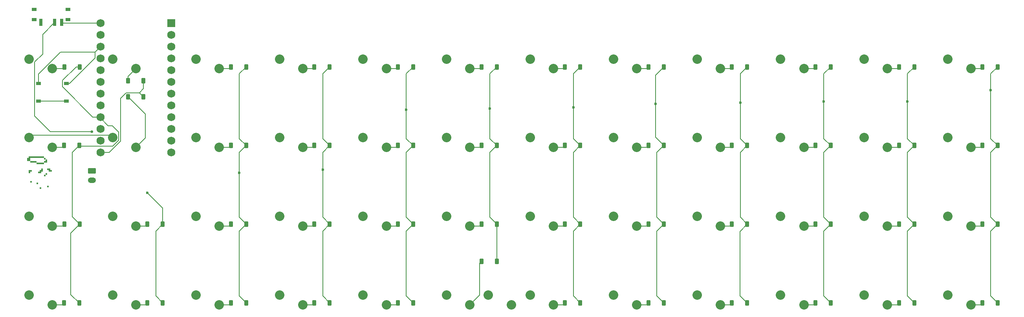
<source format=gbr>
%TF.GenerationSoftware,KiCad,Pcbnew,9.0.3-1.fc42*%
%TF.CreationDate,2025-09-11T11:22:30-04:00*%
%TF.ProjectId,48ish_soldered,34386973-685f-4736-9f6c-64657265642e,v1.0.0*%
%TF.SameCoordinates,Original*%
%TF.FileFunction,Copper,L2,Bot*%
%TF.FilePolarity,Positive*%
%FSLAX46Y46*%
G04 Gerber Fmt 4.6, Leading zero omitted, Abs format (unit mm)*
G04 Created by KiCad (PCBNEW 9.0.3-1.fc42) date 2025-09-11 11:22:30*
%MOMM*%
%LPD*%
G01*
G04 APERTURE LIST*
G04 Aperture macros list*
%AMRoundRect*
0 Rectangle with rounded corners*
0 $1 Rounding radius*
0 $2 $3 $4 $5 $6 $7 $8 $9 X,Y pos of 4 corners*
0 Add a 4 corners polygon primitive as box body*
4,1,4,$2,$3,$4,$5,$6,$7,$8,$9,$2,$3,0*
0 Add four circle primitives for the rounded corners*
1,1,$1+$1,$2,$3*
1,1,$1+$1,$4,$5*
1,1,$1+$1,$6,$7*
1,1,$1+$1,$8,$9*
0 Add four rect primitives between the rounded corners*
20,1,$1+$1,$2,$3,$4,$5,0*
20,1,$1+$1,$4,$5,$6,$7,0*
20,1,$1+$1,$6,$7,$8,$9,0*
20,1,$1+$1,$8,$9,$2,$3,0*%
G04 Aperture macros list end*
%TA.AperFunction,EtchedComponent*%
%ADD10C,0.000000*%
%TD*%
%TA.AperFunction,ComponentPad*%
%ADD11C,2.032000*%
%TD*%
%TA.AperFunction,SMDPad,CuDef*%
%ADD12RoundRect,0.225000X0.225000X0.375000X-0.225000X0.375000X-0.225000X-0.375000X0.225000X-0.375000X0*%
%TD*%
%TA.AperFunction,SMDPad,CuDef*%
%ADD13R,1.000000X0.750000*%
%TD*%
%TA.AperFunction,ComponentPad*%
%ADD14R,1.752600X1.752600*%
%TD*%
%TA.AperFunction,ComponentPad*%
%ADD15C,1.752600*%
%TD*%
%TA.AperFunction,SMDPad,CuDef*%
%ADD16R,1.000000X0.800000*%
%TD*%
%TA.AperFunction,SMDPad,CuDef*%
%ADD17R,0.700000X1.500000*%
%TD*%
%TA.AperFunction,ComponentPad*%
%ADD18RoundRect,0.250000X-0.625000X0.350000X-0.625000X-0.350000X0.625000X-0.350000X0.625000X0.350000X0*%
%TD*%
%TA.AperFunction,ComponentPad*%
%ADD19O,1.750000X1.200000*%
%TD*%
%TA.AperFunction,ViaPad*%
%ADD20C,0.600000*%
%TD*%
%TA.AperFunction,Conductor*%
%ADD21C,0.200000*%
%TD*%
G04 APERTURE END LIST*
D10*
%TA.AperFunction,EtchedComponent*%
%TO.C,G\u002A\u002A\u002A*%
G36*
X112083060Y-141333634D02*
G01*
X112083060Y-141500328D01*
X111916366Y-141500328D01*
X111749672Y-141500328D01*
X111749672Y-141333634D01*
X111749672Y-141166940D01*
X111916366Y-141166940D01*
X112083060Y-141166940D01*
X112083060Y-141333634D01*
G37*
%TD.AperFunction*%
%TA.AperFunction,EtchedComponent*%
G36*
X113416612Y-141667022D02*
G01*
X113416612Y-141833716D01*
X113249918Y-141833716D01*
X113083224Y-141833716D01*
X113083224Y-141667022D01*
X113083224Y-141500328D01*
X113249918Y-141500328D01*
X113416612Y-141500328D01*
X113416612Y-141667022D01*
G37*
%TD.AperFunction*%
%TA.AperFunction,EtchedComponent*%
G36*
X114083388Y-142667186D02*
G01*
X114083388Y-142833880D01*
X113916694Y-142833880D01*
X113750000Y-142833880D01*
X113750000Y-142667186D01*
X113750000Y-142500492D01*
X113916694Y-142500492D01*
X114083388Y-142500492D01*
X114083388Y-142667186D01*
G37*
%TD.AperFunction*%
%TA.AperFunction,EtchedComponent*%
G36*
X115083552Y-140000082D02*
G01*
X115083552Y-140166776D01*
X114916858Y-140166776D01*
X114750164Y-140166776D01*
X114750164Y-140000082D01*
X114750164Y-139833388D01*
X114916858Y-139833388D01*
X115083552Y-139833388D01*
X115083552Y-140000082D01*
G37*
%TD.AperFunction*%
%TA.AperFunction,EtchedComponent*%
G36*
X115416940Y-139666694D02*
G01*
X115416940Y-139833388D01*
X115250246Y-139833388D01*
X115083552Y-139833388D01*
X115083552Y-139666694D01*
X115083552Y-139500000D01*
X115250246Y-139500000D01*
X115416940Y-139500000D01*
X115416940Y-139666694D01*
G37*
%TD.AperFunction*%
%TA.AperFunction,EtchedComponent*%
G36*
X115750328Y-142333798D02*
G01*
X115750328Y-142500492D01*
X115583634Y-142500492D01*
X115416940Y-142500492D01*
X115416940Y-142333798D01*
X115416940Y-142167104D01*
X115583634Y-142167104D01*
X115750328Y-142167104D01*
X115750328Y-142333798D01*
G37*
%TD.AperFunction*%
%TA.AperFunction,EtchedComponent*%
G36*
X112083060Y-138999918D02*
G01*
X112083060Y-139166612D01*
X111916366Y-139166612D01*
X111749672Y-139166612D01*
X111749672Y-139333306D01*
X111749672Y-139500000D01*
X111582978Y-139500000D01*
X111416284Y-139500000D01*
X111416284Y-139166612D01*
X111416284Y-138833224D01*
X111749672Y-138833224D01*
X112083060Y-138833224D01*
X112083060Y-138999918D01*
G37*
%TD.AperFunction*%
%TA.AperFunction,EtchedComponent*%
G36*
X116083716Y-138666530D02*
G01*
X116083716Y-138833224D01*
X116250410Y-138833224D01*
X116417104Y-138833224D01*
X116417104Y-138999918D01*
X116417104Y-139166612D01*
X116083716Y-139166612D01*
X115750328Y-139166612D01*
X115750328Y-138999918D01*
X115750328Y-138833224D01*
X115583634Y-138833224D01*
X115416940Y-138833224D01*
X115416940Y-138666530D01*
X115416940Y-138499836D01*
X115750328Y-138499836D01*
X116083716Y-138499836D01*
X116083716Y-138666530D01*
G37*
%TD.AperFunction*%
%TA.AperFunction,EtchedComponent*%
G36*
X114416776Y-138833224D02*
G01*
X114416776Y-139166612D01*
X114250082Y-139166612D01*
X114083388Y-139166612D01*
X114083388Y-139333306D01*
X114083388Y-139500000D01*
X113750000Y-139500000D01*
X113416612Y-139500000D01*
X113416612Y-139333306D01*
X113416612Y-139166612D01*
X113583306Y-139166612D01*
X113750000Y-139166612D01*
X113750000Y-138999918D01*
X113750000Y-138833224D01*
X113916694Y-138833224D01*
X114083388Y-138833224D01*
X114083388Y-138666530D01*
X114083388Y-138499836D01*
X114250082Y-138499836D01*
X114416776Y-138499836D01*
X114416776Y-138833224D01*
G37*
%TD.AperFunction*%
%TA.AperFunction,EtchedComponent*%
G36*
X115416940Y-136832896D02*
G01*
X115416940Y-137166284D01*
X115083552Y-137166284D01*
X114750164Y-137166284D01*
X114750164Y-137332978D01*
X114750164Y-137499672D01*
X113916694Y-137499672D01*
X113083224Y-137499672D01*
X113083224Y-137332978D01*
X113083224Y-137166284D01*
X112416448Y-137166284D01*
X111749672Y-137166284D01*
X111749672Y-136999590D01*
X111749672Y-136832896D01*
X112416448Y-136832896D01*
X113083224Y-136832896D01*
X113083224Y-136999590D01*
X113083224Y-137166284D01*
X113916694Y-137166284D01*
X114750164Y-137166284D01*
X114750164Y-136999590D01*
X114750164Y-136832896D01*
X114916858Y-136832896D01*
X115083552Y-136832896D01*
X115083552Y-136666202D01*
X115083552Y-136499508D01*
X115250246Y-136499508D01*
X115416940Y-136499508D01*
X115416940Y-136832896D01*
G37*
%TD.AperFunction*%
%TA.AperFunction,EtchedComponent*%
G36*
X114750164Y-135999426D02*
G01*
X114750164Y-136166120D01*
X113249918Y-136166120D01*
X111749672Y-136166120D01*
X111749672Y-136499508D01*
X111749672Y-136832896D01*
X111416284Y-136832896D01*
X111082896Y-136832896D01*
X111082896Y-136499508D01*
X111082896Y-136166120D01*
X111249590Y-136166120D01*
X111416284Y-136166120D01*
X111416284Y-135999426D01*
X111416284Y-135832732D01*
X113083224Y-135832732D01*
X114750164Y-135832732D01*
X114750164Y-135999426D01*
G37*
%TD.AperFunction*%
%TA.AperFunction,EtchedComponent*%
G36*
X114916858Y-136166120D02*
G01*
X115083552Y-136166120D01*
X115083552Y-136332814D01*
X115083552Y-136499508D01*
X114916858Y-136499508D01*
X114750164Y-136499508D01*
X114750164Y-136332814D01*
X114750164Y-136166120D01*
X114916858Y-136166120D01*
G37*
%TD.AperFunction*%
%TD*%
D11*
%TO.P,SW6,1,A*%
%TO.N,/row1*%
X129500000Y-131800000D03*
%TO.P,SW6,2,B*%
%TO.N,Net-(D6-A)*%
X134500000Y-133900000D03*
%TD*%
%TO.P,SW30,1,A*%
%TO.N,/row1*%
X237500000Y-131800000D03*
%TO.P,SW30,2,B*%
%TO.N,Net-(D30-A)*%
X242500000Y-133900000D03*
%TD*%
%TO.P,SW18,1,A*%
%TO.N,/row1*%
X183500000Y-131800000D03*
%TO.P,SW18,2,B*%
%TO.N,Net-(D18-A)*%
X188500000Y-133900000D03*
%TD*%
%TO.P,SW37,1,A*%
%TO.N,/row0*%
X273500000Y-114800000D03*
%TO.P,SW37,2,B*%
%TO.N,Net-(D37-A)*%
X278500000Y-116900000D03*
%TD*%
%TO.P,SW21,1,A*%
%TO.N,/row0*%
X201500000Y-114800000D03*
%TO.P,SW21,2,B*%
%TO.N,Net-(D21-A)*%
X206500000Y-116900000D03*
%TD*%
%TO.P,SW15,1,A*%
%TO.N,/row2*%
X165500000Y-148800000D03*
%TO.P,SW15,2,B*%
%TO.N,Net-(D15-A)*%
X170500000Y-150900000D03*
%TD*%
%TO.P,SW33,1,A*%
%TO.N,/row0*%
X255500000Y-114800000D03*
%TO.P,SW33,2,B*%
%TO.N,Net-(D33-A)*%
X260500000Y-116900000D03*
%TD*%
%TO.P,SW10,1,A*%
%TO.N,/row1*%
X147500000Y-131800000D03*
%TO.P,SW10,2,B*%
%TO.N,Net-(D10-A)*%
X152500000Y-133900000D03*
%TD*%
%TO.P,SW2,1,A*%
%TO.N,/row1*%
X111500000Y-131800000D03*
%TO.P,SW2,2,B*%
%TO.N,Net-(D2-A)*%
X116500000Y-133900000D03*
%TD*%
%TO.P,SW26,1,A*%
%TO.N,/row1*%
X219500000Y-131800000D03*
%TO.P,SW26,2,B*%
%TO.N,Net-(D26-A)*%
X224500000Y-133900000D03*
%TD*%
%TO.P,SW27,1,A*%
%TO.N,/row2*%
X219500000Y-148800000D03*
%TO.P,SW27,2,B*%
%TO.N,Net-(D27-A)*%
X224500000Y-150900000D03*
%TD*%
%TO.P,SW5,1,A*%
%TO.N,/row0*%
X129500000Y-114800000D03*
%TO.P,SW5,2,B*%
%TO.N,Net-(D5-A)*%
X134500000Y-116900000D03*
%TD*%
%TO.P,SW47,1,A*%
%TO.N,/row2*%
X309500000Y-148800000D03*
%TO.P,SW47,2,B*%
%TO.N,Net-(D47-A)*%
X314500000Y-150900000D03*
%TD*%
%TO.P,SW46,1,A*%
%TO.N,/row1*%
X309500000Y-131800000D03*
%TO.P,SW46,2,B*%
%TO.N,Net-(D46-A)*%
X314500000Y-133900000D03*
%TD*%
%TO.P,SW40,1,A*%
%TO.N,/row3*%
X273500000Y-165800000D03*
%TO.P,SW40,2,B*%
%TO.N,Net-(D40-A)*%
X278500000Y-167900000D03*
%TD*%
%TO.P,SW25,1,A*%
%TO.N,/row0*%
X219500000Y-114800000D03*
%TO.P,SW25,2,B*%
%TO.N,Net-(D25-A)*%
X224500000Y-116900000D03*
%TD*%
%TO.P,SW36,1,A*%
%TO.N,/row3*%
X255500000Y-165800000D03*
%TO.P,SW36,2,B*%
%TO.N,Net-(D36-A)*%
X260500000Y-167900000D03*
%TD*%
%TO.P,SW20,1,A*%
%TO.N,/row3*%
X183500000Y-165800000D03*
%TO.P,SW20,2,B*%
%TO.N,Net-(D20-A)*%
X188500000Y-167900000D03*
%TD*%
%TO.P,SW12,1,A*%
%TO.N,/row3*%
X147500000Y-165800000D03*
%TO.P,SW12,2,B*%
%TO.N,Net-(D12-A)*%
X152500000Y-167900000D03*
%TD*%
%TO.P,SW4,1,A*%
%TO.N,/row3*%
X111500000Y-165800000D03*
%TO.P,SW4,2,B*%
%TO.N,Net-(D4-A)*%
X116500000Y-167900000D03*
%TD*%
%TO.P,SW16,1,A*%
%TO.N,/row3*%
X165500000Y-165800000D03*
%TO.P,SW16,2,B*%
%TO.N,Net-(D16-A)*%
X170500000Y-167900000D03*
%TD*%
%TO.P,SW38,1,A*%
%TO.N,/row1*%
X273500000Y-131800000D03*
%TO.P,SW38,2,B*%
%TO.N,Net-(D38-A)*%
X278500000Y-133900000D03*
%TD*%
%TO.P,SW3,1,A*%
%TO.N,/row2*%
X111500000Y-148800000D03*
%TO.P,SW3,2,B*%
%TO.N,Net-(D3-A)*%
X116500000Y-150900000D03*
%TD*%
%TO.P,SW34,1,A*%
%TO.N,/row1*%
X255500000Y-131800000D03*
%TO.P,SW34,2,B*%
%TO.N,Net-(D34-A)*%
X260500000Y-133900000D03*
%TD*%
%TO.P,SW22,1,A*%
%TO.N,/row1*%
X201500000Y-131800000D03*
%TO.P,SW22,2,B*%
%TO.N,Net-(D22-A)*%
X206500000Y-133900000D03*
%TD*%
%TO.P,SW29,1,A*%
%TO.N,/row0*%
X237500000Y-114800000D03*
%TO.P,SW29,2,B*%
%TO.N,Net-(D29-A)*%
X242500000Y-116900000D03*
%TD*%
%TO.P,SW31,1,A*%
%TO.N,/row2*%
X237500000Y-148800000D03*
%TO.P,SW31,2,B*%
%TO.N,Net-(D31-A)*%
X242500000Y-150900000D03*
%TD*%
%TO.P,SW24,1,A*%
%TO.N,/row3*%
X210500000Y-165800000D03*
%TO.P,SW24,2,B*%
%TO.N,Net-(D24-A)*%
X215500000Y-167900000D03*
%TD*%
%TO.P,SW7,1,A*%
%TO.N,/row2*%
X129500000Y-148800000D03*
%TO.P,SW7,2,B*%
%TO.N,Net-(D7-A)*%
X134500000Y-150900000D03*
%TD*%
%TO.P,SW43,1,A*%
%TO.N,/row2*%
X291500000Y-148800000D03*
%TO.P,SW43,2,B*%
%TO.N,Net-(D43-A)*%
X296500000Y-150900000D03*
%TD*%
%TO.P,SW14,1,A*%
%TO.N,/row1*%
X165500000Y-131800000D03*
%TO.P,SW14,2,B*%
%TO.N,Net-(D14-A)*%
X170500000Y-133900000D03*
%TD*%
%TO.P,SW44,1,A*%
%TO.N,/row3*%
X291500000Y-165800000D03*
%TO.P,SW44,2,B*%
%TO.N,Net-(D44-A)*%
X296500000Y-167900000D03*
%TD*%
%TO.P,SW45,1,A*%
%TO.N,/row0*%
X309500000Y-114800000D03*
%TO.P,SW45,2,B*%
%TO.N,Net-(D45-A)*%
X314500000Y-116900000D03*
%TD*%
%TO.P,SW35,1,A*%
%TO.N,/row2*%
X255500000Y-148800000D03*
%TO.P,SW35,2,B*%
%TO.N,Net-(D35-A)*%
X260500000Y-150900000D03*
%TD*%
%TO.P,SW13,1,A*%
%TO.N,/row0*%
X165500000Y-114800000D03*
%TO.P,SW13,2,B*%
%TO.N,Net-(D13-A)*%
X170500000Y-116900000D03*
%TD*%
%TO.P,SW1,1,A*%
%TO.N,/row0*%
X111500000Y-114800000D03*
%TO.P,SW1,2,B*%
%TO.N,Net-(D1-A)*%
X116500000Y-116900000D03*
%TD*%
%TO.P,SW9,1,A*%
%TO.N,/row0*%
X147500000Y-114800000D03*
%TO.P,SW9,2,B*%
%TO.N,Net-(D9-A)*%
X152500000Y-116900000D03*
%TD*%
%TO.P,SW17,1,A*%
%TO.N,/row0*%
X183500000Y-114800000D03*
%TO.P,SW17,2,B*%
%TO.N,Net-(D17-A)*%
X188500000Y-116900000D03*
%TD*%
%TO.P,SW24,1,A*%
%TO.N,/row3*%
X201500000Y-165800000D03*
%TO.P,SW24,2,B*%
%TO.N,Net-(D24-A)*%
X206500000Y-167900000D03*
%TD*%
%TO.P,SW48,1,A*%
%TO.N,/row3*%
X309500000Y-165800000D03*
%TO.P,SW48,2,B*%
%TO.N,Net-(D48-A)*%
X314500000Y-167900000D03*
%TD*%
%TO.P,SW19,1,A*%
%TO.N,/row2*%
X183500000Y-148800000D03*
%TO.P,SW19,2,B*%
%TO.N,Net-(D19-A)*%
X188500000Y-150900000D03*
%TD*%
%TO.P,SW11,1,A*%
%TO.N,/row2*%
X147500000Y-148800000D03*
%TO.P,SW11,2,B*%
%TO.N,Net-(D11-A)*%
X152500000Y-150900000D03*
%TD*%
%TO.P,SW32,1,A*%
%TO.N,/row3*%
X237500000Y-165800000D03*
%TO.P,SW32,2,B*%
%TO.N,Net-(D32-A)*%
X242500000Y-167900000D03*
%TD*%
%TO.P,SW28,1,A*%
%TO.N,/row3*%
X219500000Y-165800000D03*
%TO.P,SW28,2,B*%
%TO.N,Net-(D28-A)*%
X224500000Y-167900000D03*
%TD*%
%TO.P,SW8,1,A*%
%TO.N,/row3*%
X129500000Y-165800000D03*
%TO.P,SW8,2,B*%
%TO.N,Net-(D8-A)*%
X134500000Y-167900000D03*
%TD*%
%TO.P,SW41,1,A*%
%TO.N,/row0*%
X291500000Y-114800000D03*
%TO.P,SW41,2,B*%
%TO.N,Net-(D41-A)*%
X296500000Y-116900000D03*
%TD*%
%TO.P,SW39,1,A*%
%TO.N,/row2*%
X273500000Y-148800000D03*
%TO.P,SW39,2,B*%
%TO.N,Net-(D39-A)*%
X278500000Y-150900000D03*
%TD*%
%TO.P,SW42,1,A*%
%TO.N,/row1*%
X291500000Y-131800000D03*
%TO.P,SW42,2,B*%
%TO.N,Net-(D42-A)*%
X296500000Y-133900000D03*
%TD*%
%TO.P,SW23,1,A*%
%TO.N,/row2*%
X201500000Y-148800000D03*
%TO.P,SW23,2,B*%
%TO.N,Net-(D23-A)*%
X206500000Y-150900000D03*
%TD*%
D12*
%TO.P,D1,1,K*%
%TO.N,/col0*%
X122400000Y-116500000D03*
%TO.P,D1,2,A*%
%TO.N,Net-(D1-A)*%
X119100000Y-116500000D03*
%TD*%
%TO.P,D47,1,K*%
%TO.N,/col11*%
X320300000Y-150500000D03*
%TO.P,D47,2,A*%
%TO.N,Net-(D47-A)*%
X317000000Y-150500000D03*
%TD*%
%TO.P,D40,1,K*%
%TO.N,/col9*%
X284300000Y-167500000D03*
%TO.P,D40,2,A*%
%TO.N,Net-(D40-A)*%
X281000000Y-167500000D03*
%TD*%
%TO.P,D19,1,K*%
%TO.N,/col4*%
X194300000Y-150500000D03*
%TO.P,D19,2,A*%
%TO.N,Net-(D19-A)*%
X191000000Y-150500000D03*
%TD*%
%TO.P,D39,1,K*%
%TO.N,/col9*%
X284300000Y-150500000D03*
%TO.P,D39,2,A*%
%TO.N,Net-(D39-A)*%
X281000000Y-150500000D03*
%TD*%
%TO.P,D32,1,K*%
%TO.N,/col7*%
X248300000Y-167500000D03*
%TO.P,D32,2,A*%
%TO.N,Net-(D32-A)*%
X245000000Y-167500000D03*
%TD*%
%TO.P,D16,1,K*%
%TO.N,/col3*%
X176300000Y-167500000D03*
%TO.P,D16,2,A*%
%TO.N,Net-(D16-A)*%
X173000000Y-167500000D03*
%TD*%
D13*
%TO.P,SW50,1,A*%
%TO.N,Net-(SW50-A)*%
X119500000Y-120125000D03*
X113500000Y-120125000D03*
%TO.P,SW50,2,B*%
%TO.N,GND*%
X119500000Y-123875000D03*
X113500000Y-123875000D03*
%TD*%
D12*
%TO.P,D18,1,K*%
%TO.N,/col4*%
X194300000Y-133500000D03*
%TO.P,D18,2,A*%
%TO.N,Net-(D18-A)*%
X191000000Y-133500000D03*
%TD*%
%TO.P,D37,1,K*%
%TO.N,/col9*%
X284300000Y-116500000D03*
%TO.P,D37,2,A*%
%TO.N,Net-(D37-A)*%
X281000000Y-116500000D03*
%TD*%
%TO.P,D7,1,K*%
%TO.N,/col1*%
X140300000Y-150500000D03*
%TO.P,D7,2,A*%
%TO.N,Net-(D7-A)*%
X137000000Y-150500000D03*
%TD*%
%TO.P,D27,1,K*%
%TO.N,/col6*%
X230300000Y-150500000D03*
%TO.P,D27,2,A*%
%TO.N,Net-(D27-A)*%
X227000000Y-150500000D03*
%TD*%
%TO.P,D43,1,K*%
%TO.N,/col10*%
X302300000Y-150500000D03*
%TO.P,D43,2,A*%
%TO.N,Net-(D43-A)*%
X299000000Y-150500000D03*
%TD*%
%TO.P,D33,1,K*%
%TO.N,/col8*%
X266300000Y-116500000D03*
%TO.P,D33,2,A*%
%TO.N,Net-(D33-A)*%
X263000000Y-116500000D03*
%TD*%
%TO.P,D48,1,K*%
%TO.N,/col11*%
X320300000Y-167500000D03*
%TO.P,D48,2,A*%
%TO.N,Net-(D48-A)*%
X317000000Y-167500000D03*
%TD*%
%TO.P,D14,1,K*%
%TO.N,/col3*%
X176300000Y-133500000D03*
%TO.P,D14,2,A*%
%TO.N,Net-(D14-A)*%
X173000000Y-133500000D03*
%TD*%
%TO.P,D44,1,K*%
%TO.N,/col10*%
X302300000Y-167500000D03*
%TO.P,D44,2,A*%
%TO.N,Net-(D44-A)*%
X299000000Y-167500000D03*
%TD*%
%TO.P,D5,1,K*%
%TO.N,/col1*%
X136150000Y-119500000D03*
%TO.P,D5,2,A*%
%TO.N,Net-(D5-A)*%
X132850000Y-119500000D03*
%TD*%
D14*
%TO.P,U1,1,P1/TX*%
%TO.N,unconnected-(U1-P1{slash}TX-Pad1)*%
X142120000Y-107030000D03*
D15*
%TO.P,U1,2,P0/RX*%
%TO.N,unconnected-(U1-P0{slash}RX-Pad2)*%
X142120000Y-109570000D03*
%TO.P,U1,3,GND*%
%TO.N,GND*%
X142120000Y-112110000D03*
%TO.P,U1,4,GND*%
X142120000Y-114650000D03*
%TO.P,U1,5,P2/SDA*%
%TO.N,/col11*%
X142120000Y-117190000D03*
%TO.P,U1,6,P3/SCL/PWM*%
%TO.N,/col10*%
X142120000Y-119730000D03*
%TO.P,U1,7,P4/A6*%
%TO.N,/col9*%
X142120000Y-122270000D03*
%TO.P,U1,8,P5/PWM*%
%TO.N,/col8*%
X142120000Y-124810000D03*
%TO.P,U1,9,P6/A7/PWM*%
%TO.N,/col7*%
X142120000Y-127350000D03*
%TO.P,U1,10,P7*%
%TO.N,/col6*%
X142120000Y-129890000D03*
%TO.P,U1,11,P8/A8*%
%TO.N,/col5*%
X142120000Y-132430000D03*
%TO.P,U1,12,P9/A9/PWM*%
%TO.N,/col4*%
X142120000Y-134970000D03*
%TO.P,U1,13,VBAT*%
%TO.N,VBAT*%
X126880000Y-107030000D03*
%TO.P,U1,14,GND*%
%TO.N,GND*%
X126880000Y-109570000D03*
%TO.P,U1,15,RST*%
%TO.N,Net-(SW50-A)*%
X126880000Y-112110000D03*
%TO.P,U1,16*%
%TO.N,N/C*%
X126880000Y-114650000D03*
%TO.P,U1,17,P21/A3*%
%TO.N,/row0*%
X126880000Y-117190000D03*
%TO.P,U1,18,P20/A2*%
%TO.N,/row1*%
X126880000Y-119730000D03*
%TO.P,U1,19,P19/A1*%
%TO.N,/row3*%
X126880000Y-122270000D03*
%TO.P,U1,20,P18/A0*%
%TO.N,/row2*%
X126880000Y-124810000D03*
%TO.P,U1,21,P15/SCLK*%
%TO.N,/col0*%
X126880000Y-127350000D03*
%TO.P,U1,22,P14/MISO*%
%TO.N,/col3*%
X126880000Y-129890000D03*
%TO.P,U1,23,P16/MOSI*%
%TO.N,/col2*%
X126880000Y-132430000D03*
%TO.P,U1,24,P10/A10/PWM*%
%TO.N,/col1*%
X126880000Y-134970000D03*
%TD*%
D12*
%TO.P,D2,1,K*%
%TO.N,/col0*%
X122300000Y-133500000D03*
%TO.P,D2,2,A*%
%TO.N,Net-(D2-A)*%
X119000000Y-133500000D03*
%TD*%
%TO.P,D22,1,K*%
%TO.N,/col5*%
X212300000Y-133500000D03*
%TO.P,D22,2,A*%
%TO.N,Net-(D22-A)*%
X209000000Y-133500000D03*
%TD*%
%TO.P,D31,1,K*%
%TO.N,/col7*%
X248300000Y-150500000D03*
%TO.P,D31,2,A*%
%TO.N,Net-(D31-A)*%
X245000000Y-150500000D03*
%TD*%
%TO.P,D36,1,K*%
%TO.N,/col8*%
X266300000Y-167500000D03*
%TO.P,D36,2,A*%
%TO.N,Net-(D36-A)*%
X263000000Y-167500000D03*
%TD*%
%TO.P,D41,1,K*%
%TO.N,/col10*%
X302300000Y-116500000D03*
%TO.P,D41,2,A*%
%TO.N,Net-(D41-A)*%
X299000000Y-116500000D03*
%TD*%
%TO.P,D9,1,K*%
%TO.N,/col2*%
X158300000Y-116500000D03*
%TO.P,D9,2,A*%
%TO.N,Net-(D9-A)*%
X155000000Y-116500000D03*
%TD*%
%TO.P,D26,1,K*%
%TO.N,/col6*%
X230300000Y-133500000D03*
%TO.P,D26,2,A*%
%TO.N,Net-(D26-A)*%
X227000000Y-133500000D03*
%TD*%
%TO.P,D8,1,K*%
%TO.N,/col1*%
X140300000Y-167500000D03*
%TO.P,D8,2,A*%
%TO.N,Net-(D8-A)*%
X137000000Y-167500000D03*
%TD*%
%TO.P,D45,1,K*%
%TO.N,/col11*%
X320300000Y-116500000D03*
%TO.P,D45,2,A*%
%TO.N,Net-(D45-A)*%
X317000000Y-116500000D03*
%TD*%
%TO.P,D29,1,K*%
%TO.N,/col7*%
X248300000Y-116500000D03*
%TO.P,D29,2,A*%
%TO.N,Net-(D29-A)*%
X245000000Y-116500000D03*
%TD*%
%TO.P,D10,1,K*%
%TO.N,/col2*%
X158300000Y-133500000D03*
%TO.P,D10,2,A*%
%TO.N,Net-(D10-A)*%
X155000000Y-133500000D03*
%TD*%
D16*
%TO.P,SW49,*%
%TO.N,*%
X112600000Y-104045000D03*
X112600000Y-106255000D03*
X119900000Y-104045000D03*
X119900000Y-106255000D03*
D17*
%TO.P,SW49,1,A*%
%TO.N,unconnected-(SW49-A-Pad1)*%
X114000000Y-106905000D03*
%TO.P,SW49,2,B*%
%TO.N,Net-(J1-Pin_1)*%
X117000000Y-106905000D03*
%TO.P,SW49,3,C*%
%TO.N,VBAT*%
X118500000Y-106905000D03*
%TD*%
D12*
%TO.P,D17,1,K*%
%TO.N,/col4*%
X194300000Y-116500000D03*
%TO.P,D17,2,A*%
%TO.N,Net-(D17-A)*%
X191000000Y-116500000D03*
%TD*%
%TO.P,D24,1,K*%
%TO.N,/col5*%
X212300000Y-158500000D03*
%TO.P,D24,2,A*%
%TO.N,Net-(D24-A)*%
X209000000Y-158500000D03*
%TD*%
%TO.P,D34,1,K*%
%TO.N,/col8*%
X266300000Y-133500000D03*
%TO.P,D34,2,A*%
%TO.N,Net-(D34-A)*%
X263000000Y-133500000D03*
%TD*%
%TO.P,D25,1,K*%
%TO.N,/col6*%
X230300000Y-116500000D03*
%TO.P,D25,2,A*%
%TO.N,Net-(D25-A)*%
X227000000Y-116500000D03*
%TD*%
%TO.P,D11,1,K*%
%TO.N,/col2*%
X158300000Y-150500000D03*
%TO.P,D11,2,A*%
%TO.N,Net-(D11-A)*%
X155000000Y-150500000D03*
%TD*%
D18*
%TO.P,J1,1,Pin_1*%
%TO.N,Net-(J1-Pin_1)*%
X125050000Y-139000000D03*
D19*
%TO.P,J1,2,Pin_2*%
%TO.N,GND*%
X125050000Y-141000000D03*
%TD*%
D12*
%TO.P,D38,1,K*%
%TO.N,/col9*%
X284300000Y-133500000D03*
%TO.P,D38,2,A*%
%TO.N,Net-(D38-A)*%
X281000000Y-133500000D03*
%TD*%
%TO.P,D13,1,K*%
%TO.N,/col3*%
X176300000Y-116500000D03*
%TO.P,D13,2,A*%
%TO.N,Net-(D13-A)*%
X173000000Y-116500000D03*
%TD*%
%TO.P,D42,1,K*%
%TO.N,/col10*%
X302300000Y-133500000D03*
%TO.P,D42,2,A*%
%TO.N,Net-(D42-A)*%
X299000000Y-133500000D03*
%TD*%
%TO.P,D35,1,K*%
%TO.N,/col8*%
X266300000Y-150500000D03*
%TO.P,D35,2,A*%
%TO.N,Net-(D35-A)*%
X263000000Y-150500000D03*
%TD*%
%TO.P,D28,1,K*%
%TO.N,/col6*%
X230300000Y-167500000D03*
%TO.P,D28,2,A*%
%TO.N,Net-(D28-A)*%
X227000000Y-167500000D03*
%TD*%
%TO.P,D20,1,K*%
%TO.N,/col4*%
X194300000Y-167500000D03*
%TO.P,D20,2,A*%
%TO.N,Net-(D20-A)*%
X191000000Y-167500000D03*
%TD*%
%TO.P,D6,1,K*%
%TO.N,/col1*%
X136150000Y-123000000D03*
%TO.P,D6,2,A*%
%TO.N,Net-(D6-A)*%
X132850000Y-123000000D03*
%TD*%
%TO.P,D23,1,K*%
%TO.N,/col5*%
X212300000Y-150500000D03*
%TO.P,D23,2,A*%
%TO.N,Net-(D23-A)*%
X209000000Y-150500000D03*
%TD*%
%TO.P,D3,1,K*%
%TO.N,/col0*%
X122400000Y-150500000D03*
%TO.P,D3,2,A*%
%TO.N,Net-(D3-A)*%
X119100000Y-150500000D03*
%TD*%
%TO.P,D21,1,K*%
%TO.N,/col5*%
X212300000Y-116500000D03*
%TO.P,D21,2,A*%
%TO.N,Net-(D21-A)*%
X209000000Y-116500000D03*
%TD*%
%TO.P,D30,1,K*%
%TO.N,/col7*%
X248300000Y-133500000D03*
%TO.P,D30,2,A*%
%TO.N,Net-(D30-A)*%
X245000000Y-133500000D03*
%TD*%
%TO.P,D15,1,K*%
%TO.N,/col3*%
X176300000Y-150500000D03*
%TO.P,D15,2,A*%
%TO.N,Net-(D15-A)*%
X173000000Y-150500000D03*
%TD*%
%TO.P,D12,1,K*%
%TO.N,/col2*%
X158300000Y-167500000D03*
%TO.P,D12,2,A*%
%TO.N,Net-(D12-A)*%
X155000000Y-167500000D03*
%TD*%
%TO.P,D4,1,K*%
%TO.N,/col0*%
X122300000Y-167500000D03*
%TO.P,D4,2,A*%
%TO.N,Net-(D4-A)*%
X119000000Y-167500000D03*
%TD*%
%TO.P,D46,1,K*%
%TO.N,/col11*%
X320300000Y-133500000D03*
%TO.P,D46,2,A*%
%TO.N,Net-(D46-A)*%
X317000000Y-133500000D03*
%TD*%
D20*
%TO.N,/col1*%
X137000000Y-143750000D03*
%TO.N,/col2*%
X156798100Y-139350000D03*
%TO.N,/col3*%
X174798100Y-138750000D03*
%TO.N,/col4*%
X192798100Y-125750000D03*
%TO.N,/col5*%
X210798100Y-125500000D03*
%TO.N,/col6*%
X228798100Y-125250000D03*
%TO.N,/col7*%
X246500000Y-124500000D03*
%TO.N,/col8*%
X264798100Y-124250000D03*
%TO.N,/col9*%
X282798100Y-124000000D03*
%TO.N,/col10*%
X300798100Y-124000000D03*
%TO.N,/col11*%
X318798100Y-121500000D03*
%TO.N,Net-(J1-Pin_1)*%
X125000000Y-130500000D03*
%TD*%
D21*
%TO.N,Net-(D1-A)*%
X118700000Y-116900000D02*
X119100000Y-116500000D01*
X116500000Y-116900000D02*
X118700000Y-116900000D01*
%TO.N,/col0*%
X128502157Y-129201900D02*
X126880000Y-127579743D01*
X118699000Y-120801000D02*
X118699000Y-119449000D01*
X125248000Y-127350000D02*
X118699000Y-120801000D01*
X122300000Y-167500000D02*
X120500000Y-165700000D01*
X130817000Y-130567000D02*
X129451900Y-129201900D01*
X120798100Y-148898100D02*
X120798100Y-135001900D01*
X122400000Y-150500000D02*
X120798100Y-148898100D01*
X120500000Y-152400000D02*
X122400000Y-150500000D01*
X126880000Y-127579743D02*
X126880000Y-127350000D01*
X120500000Y-165700000D02*
X120500000Y-152400000D01*
X120798100Y-135001900D02*
X122300000Y-133500000D01*
X126880000Y-127350000D02*
X125248000Y-127350000D01*
X130817000Y-132345520D02*
X130817000Y-130567000D01*
X121648000Y-116500000D02*
X122400000Y-116500000D01*
X122407300Y-133607300D02*
X129555220Y-133607300D01*
X118699000Y-119449000D02*
X121648000Y-116500000D01*
X122300000Y-133500000D02*
X122407300Y-133607300D01*
X129451900Y-129201900D02*
X128502157Y-129201900D01*
X129555220Y-133607300D02*
X130817000Y-132345520D01*
%TO.N,Net-(D2-A)*%
X118600000Y-133900000D02*
X119000000Y-133500000D01*
X116500000Y-133900000D02*
X118600000Y-133900000D01*
%TO.N,Net-(D3-A)*%
X118700000Y-150900000D02*
X119100000Y-150500000D01*
X116500000Y-150900000D02*
X118700000Y-150900000D01*
%TO.N,Net-(D4-A)*%
X118600000Y-167900000D02*
X119000000Y-167500000D01*
X116500000Y-167900000D02*
X118600000Y-167900000D01*
%TO.N,/col1*%
X132400890Y-122099000D02*
X131218000Y-123281890D01*
X128759620Y-134970000D02*
X126880000Y-134970000D01*
X131218000Y-132511620D02*
X128759620Y-134970000D01*
X135249000Y-122099000D02*
X132400890Y-122099000D01*
X140300000Y-150500000D02*
X140300000Y-147050000D01*
X136150000Y-121198000D02*
X135249000Y-122099000D01*
X138798100Y-165998100D02*
X138798100Y-152001900D01*
X140300000Y-147050000D02*
X137000000Y-143750000D01*
X131218000Y-123281890D02*
X131218000Y-132511620D01*
X138798100Y-152001900D02*
X140300000Y-150500000D01*
X136150000Y-123000000D02*
X135249000Y-122099000D01*
X140300000Y-167500000D02*
X138798100Y-165998100D01*
X136150000Y-119500000D02*
X136150000Y-121198000D01*
%TO.N,Net-(D5-A)*%
X132850000Y-118550000D02*
X134500000Y-116900000D01*
X132850000Y-119500000D02*
X132850000Y-118550000D01*
%TO.N,Net-(D6-A)*%
X136565500Y-126715500D02*
X136565500Y-131834500D01*
X136565500Y-131834500D02*
X134500000Y-133900000D01*
X132850000Y-123000000D02*
X136565500Y-126715500D01*
%TO.N,Net-(D7-A)*%
X134500000Y-150900000D02*
X136600000Y-150900000D01*
X136600000Y-150900000D02*
X137000000Y-150500000D01*
%TO.N,Net-(D8-A)*%
X134500000Y-167900000D02*
X136600000Y-167900000D01*
X136600000Y-167900000D02*
X137000000Y-167500000D01*
%TO.N,Net-(D9-A)*%
X152500000Y-116900000D02*
X154600000Y-116900000D01*
X154600000Y-116900000D02*
X155000000Y-116500000D01*
%TO.N,/col2*%
X158300000Y-150500000D02*
X156798100Y-152001900D01*
X156798100Y-165998100D02*
X158300000Y-167500000D01*
X156798100Y-118001900D02*
X156798100Y-131998100D01*
X156798100Y-152001900D02*
X156798100Y-165998100D01*
X156798100Y-135001900D02*
X156798100Y-139250000D01*
X156798100Y-131998100D02*
X158300000Y-133500000D01*
X158300000Y-133500000D02*
X156798100Y-135001900D01*
X156798100Y-139250000D02*
X156798100Y-148998100D01*
X158300000Y-116500000D02*
X156798100Y-118001900D01*
X156798100Y-148998100D02*
X158300000Y-150500000D01*
%TO.N,Net-(D10-A)*%
X152500000Y-133900000D02*
X154600000Y-133900000D01*
X154600000Y-133900000D02*
X155000000Y-133500000D01*
%TO.N,Net-(D11-A)*%
X154600000Y-150900000D02*
X155000000Y-150500000D01*
X152500000Y-150900000D02*
X154600000Y-150900000D01*
%TO.N,Net-(D12-A)*%
X154600000Y-167900000D02*
X155000000Y-167500000D01*
X152500000Y-167900000D02*
X154600000Y-167900000D01*
%TO.N,/col3*%
X176300000Y-167500000D02*
X174798100Y-165998100D01*
X174798100Y-137500000D02*
X174798100Y-135001900D01*
X174798100Y-138750000D02*
X174798100Y-137500000D01*
X174798100Y-131998100D02*
X174798100Y-118001900D01*
X176300000Y-150500000D02*
X174798100Y-148998100D01*
X176300000Y-133500000D02*
X174798100Y-131998100D01*
X174798100Y-165998100D02*
X174798100Y-152001900D01*
X174798100Y-139000000D02*
X174798100Y-138750000D01*
X174798100Y-152001900D02*
X176300000Y-150500000D01*
X174798100Y-118001900D02*
X176300000Y-116500000D01*
X174798100Y-148998100D02*
X174798100Y-139000000D01*
X174798100Y-135001900D02*
X176300000Y-133500000D01*
%TO.N,Net-(D13-A)*%
X172600000Y-116900000D02*
X173000000Y-116500000D01*
X170500000Y-116900000D02*
X172600000Y-116900000D01*
%TO.N,Net-(D14-A)*%
X172600000Y-133900000D02*
X173000000Y-133500000D01*
X170500000Y-133900000D02*
X172600000Y-133900000D01*
%TO.N,Net-(D15-A)*%
X170500000Y-150900000D02*
X172600000Y-150900000D01*
X172600000Y-150900000D02*
X173000000Y-150500000D01*
%TO.N,Net-(D16-A)*%
X170500000Y-167900000D02*
X172600000Y-167900000D01*
X172600000Y-167900000D02*
X173000000Y-167500000D01*
%TO.N,Net-(D17-A)*%
X190600000Y-116900000D02*
X191000000Y-116500000D01*
X188500000Y-116900000D02*
X190600000Y-116900000D01*
%TO.N,/col4*%
X194300000Y-116500000D02*
X192798100Y-118001900D01*
X194300000Y-133500000D02*
X192798100Y-135001900D01*
X194300000Y-150500000D02*
X192798100Y-152001900D01*
X192798100Y-148998100D02*
X194300000Y-150500000D01*
X192798100Y-152001900D02*
X192798100Y-165998100D01*
X192798100Y-135001900D02*
X192798100Y-148998100D01*
X192798100Y-131998100D02*
X194300000Y-133500000D01*
X192798100Y-125750000D02*
X192798100Y-131998100D01*
X192798100Y-118001900D02*
X192798100Y-124750000D01*
X192798100Y-124750000D02*
X192798100Y-125750000D01*
X192798100Y-165998100D02*
X194300000Y-167500000D01*
%TO.N,Net-(D18-A)*%
X190600000Y-133900000D02*
X191000000Y-133500000D01*
X188500000Y-133900000D02*
X190600000Y-133900000D01*
%TO.N,Net-(D19-A)*%
X190600000Y-150900000D02*
X191000000Y-150500000D01*
X188500000Y-150900000D02*
X190600000Y-150900000D01*
%TO.N,Net-(D20-A)*%
X188500000Y-167900000D02*
X190600000Y-167900000D01*
X190600000Y-167900000D02*
X191000000Y-167500000D01*
%TO.N,Net-(D21-A)*%
X208600000Y-116900000D02*
X209000000Y-116500000D01*
X206500000Y-116900000D02*
X208600000Y-116900000D01*
%TO.N,/col5*%
X212300000Y-133500000D02*
X210798100Y-135001900D01*
X212300000Y-158500000D02*
X212300000Y-150500000D01*
X210798100Y-135001900D02*
X210798100Y-148998100D01*
X212300000Y-116500000D02*
X210798100Y-118001900D01*
X210798100Y-131998100D02*
X212300000Y-133500000D01*
X210798100Y-124250000D02*
X210798100Y-125500000D01*
X210798100Y-148998100D02*
X212300000Y-150500000D01*
X210798100Y-125500000D02*
X210798100Y-131998100D01*
X210798100Y-118001900D02*
X210798100Y-124250000D01*
%TO.N,Net-(D22-A)*%
X206500000Y-133900000D02*
X208600000Y-133900000D01*
X208600000Y-133900000D02*
X209000000Y-133500000D01*
%TO.N,Net-(D23-A)*%
X208600000Y-150900000D02*
X209000000Y-150500000D01*
X206500000Y-150900000D02*
X208600000Y-150900000D01*
%TO.N,Net-(D24-A)*%
X208565500Y-165834500D02*
X206500000Y-167900000D01*
X208565500Y-158934500D02*
X208565500Y-165834500D01*
X209000000Y-158500000D02*
X208565500Y-158934500D01*
%TO.N,Net-(D25-A)*%
X226600000Y-116900000D02*
X227000000Y-116500000D01*
X224500000Y-116900000D02*
X226600000Y-116900000D01*
%TO.N,/col6*%
X230300000Y-133500000D02*
X228798100Y-131998100D01*
X228798100Y-148998100D02*
X230300000Y-150500000D01*
X230300000Y-150500000D02*
X228798100Y-152001900D01*
X228798100Y-124000000D02*
X228798100Y-118001900D01*
X228798100Y-118001900D02*
X230300000Y-116500000D01*
X228798100Y-125250000D02*
X228798100Y-124000000D01*
X228798100Y-131998100D02*
X228798100Y-125250000D01*
X228798100Y-135001900D02*
X228798100Y-148998100D01*
X228798100Y-165998100D02*
X230300000Y-167500000D01*
X228798100Y-152001900D02*
X228798100Y-165998100D01*
X230300000Y-133500000D02*
X228798100Y-135001900D01*
%TO.N,Net-(D26-A)*%
X226600000Y-133900000D02*
X227000000Y-133500000D01*
X224500000Y-133900000D02*
X226600000Y-133900000D01*
%TO.N,Net-(D27-A)*%
X226600000Y-150900000D02*
X227000000Y-150500000D01*
X224500000Y-150900000D02*
X226600000Y-150900000D01*
%TO.N,Net-(D28-A)*%
X226600000Y-167900000D02*
X227000000Y-167500000D01*
X224500000Y-167900000D02*
X226600000Y-167900000D01*
%TO.N,/col7*%
X248300000Y-150500000D02*
X246798100Y-148998100D01*
X246500000Y-124500000D02*
X246500000Y-123500000D01*
X246500000Y-123500000D02*
X246500000Y-118300000D01*
X246500000Y-131700000D02*
X246500000Y-124500000D01*
X246798100Y-165998100D02*
X246798100Y-152001900D01*
X246798100Y-135001900D02*
X248300000Y-133500000D01*
X246798100Y-148998100D02*
X246798100Y-135001900D01*
X248300000Y-167500000D02*
X246798100Y-165998100D01*
X246798100Y-152001900D02*
X248300000Y-150500000D01*
X248300000Y-133500000D02*
X246500000Y-131700000D01*
X246500000Y-118300000D02*
X248300000Y-116500000D01*
%TO.N,Net-(D29-A)*%
X242500000Y-116900000D02*
X244600000Y-116900000D01*
X244600000Y-116900000D02*
X245000000Y-116500000D01*
%TO.N,Net-(D30-A)*%
X244600000Y-133900000D02*
X245000000Y-133500000D01*
X242500000Y-133900000D02*
X244600000Y-133900000D01*
%TO.N,Net-(D31-A)*%
X242500000Y-150900000D02*
X244600000Y-150900000D01*
X244600000Y-150900000D02*
X245000000Y-150500000D01*
%TO.N,Net-(D32-A)*%
X242500000Y-167900000D02*
X244600000Y-167900000D01*
X244600000Y-167900000D02*
X245000000Y-167500000D01*
%TO.N,Net-(D33-A)*%
X262600000Y-116900000D02*
X263000000Y-116500000D01*
X260500000Y-116900000D02*
X262600000Y-116900000D01*
%TO.N,/col8*%
X264798100Y-124250000D02*
X264798100Y-131998100D01*
X264798100Y-123250000D02*
X264798100Y-124250000D01*
X264798100Y-135001900D02*
X264798100Y-148998100D01*
X264798100Y-118001900D02*
X264798100Y-123250000D01*
X266300000Y-133500000D02*
X264798100Y-135001900D01*
X266300000Y-116500000D02*
X264798100Y-118001900D01*
X264750000Y-165950000D02*
X266300000Y-167500000D01*
X264750000Y-152050000D02*
X264750000Y-165950000D01*
X264798100Y-131998100D02*
X266300000Y-133500000D01*
X266300000Y-150500000D02*
X264750000Y-152050000D01*
X264798100Y-148998100D02*
X266300000Y-150500000D01*
%TO.N,Net-(D34-A)*%
X260500000Y-133900000D02*
X262600000Y-133900000D01*
X262600000Y-133900000D02*
X263000000Y-133500000D01*
%TO.N,Net-(D35-A)*%
X262600000Y-150900000D02*
X263000000Y-150500000D01*
X260500000Y-150900000D02*
X262600000Y-150900000D01*
%TO.N,Net-(D36-A)*%
X260500000Y-167900000D02*
X262600000Y-167900000D01*
X262600000Y-167900000D02*
X263000000Y-167500000D01*
%TO.N,Net-(D37-A)*%
X278500000Y-116900000D02*
X280600000Y-116900000D01*
X280600000Y-116900000D02*
X281000000Y-116500000D01*
%TO.N,/col9*%
X282798100Y-122750000D02*
X282798100Y-118001900D01*
X282798100Y-148998100D02*
X282798100Y-135001900D01*
X284300000Y-133500000D02*
X282798100Y-131998100D01*
X282798100Y-124000000D02*
X282798100Y-122750000D01*
X284300000Y-167500000D02*
X282798100Y-165998100D01*
X282798100Y-165998100D02*
X282798100Y-152001900D01*
X282798100Y-135001900D02*
X284300000Y-133500000D01*
X282798100Y-152001900D02*
X284300000Y-150500000D01*
X282798100Y-131998100D02*
X282798100Y-124000000D01*
X282798100Y-118001900D02*
X284300000Y-116500000D01*
X284300000Y-150500000D02*
X282798100Y-148998100D01*
%TO.N,Net-(D38-A)*%
X278500000Y-133900000D02*
X280600000Y-133900000D01*
X280600000Y-133900000D02*
X281000000Y-133500000D01*
%TO.N,Net-(D39-A)*%
X278500000Y-150900000D02*
X280600000Y-150900000D01*
X280600000Y-150900000D02*
X281000000Y-150500000D01*
%TO.N,Net-(D40-A)*%
X278500000Y-167900000D02*
X280600000Y-167900000D01*
X280600000Y-167900000D02*
X281000000Y-167500000D01*
%TO.N,Net-(D41-A)*%
X298600000Y-116900000D02*
X299000000Y-116500000D01*
X296500000Y-116900000D02*
X298600000Y-116900000D01*
%TO.N,/col10*%
X300798100Y-118001900D02*
X300798100Y-122250000D01*
X300798100Y-148998100D02*
X302300000Y-150500000D01*
X302300000Y-150500000D02*
X300798100Y-152001900D01*
X300798100Y-152001900D02*
X300798100Y-165998100D01*
X302300000Y-116500000D02*
X300798100Y-118001900D01*
X300798100Y-122250000D02*
X300798100Y-124000000D01*
X300798100Y-165998100D02*
X302300000Y-167500000D01*
X300798100Y-124000000D02*
X300798100Y-131998100D01*
X300798100Y-131998100D02*
X302300000Y-133500000D01*
X300798100Y-135001900D02*
X300798100Y-148998100D01*
X302300000Y-133500000D02*
X300798100Y-135001900D01*
%TO.N,Net-(D42-A)*%
X296500000Y-133900000D02*
X298600000Y-133900000D01*
X298600000Y-133900000D02*
X299000000Y-133500000D01*
%TO.N,Net-(D43-A)*%
X298600000Y-150900000D02*
X299000000Y-150500000D01*
X296500000Y-150900000D02*
X298600000Y-150900000D01*
%TO.N,Net-(D44-A)*%
X296500000Y-167900000D02*
X298600000Y-167900000D01*
X298600000Y-167900000D02*
X299000000Y-167500000D01*
%TO.N,/col11*%
X320300000Y-133500000D02*
X318798100Y-131998100D01*
X318798100Y-121500000D02*
X318798100Y-121250000D01*
X318798100Y-165998100D02*
X318798100Y-152001900D01*
X318798100Y-152001900D02*
X320300000Y-150500000D01*
X320300000Y-150500000D02*
X318798100Y-148998100D01*
X320300000Y-167500000D02*
X318798100Y-165998100D01*
X318798100Y-118001900D02*
X320300000Y-116500000D01*
X318798100Y-148998100D02*
X318798100Y-135001900D01*
X318798100Y-135001900D02*
X320300000Y-133500000D01*
X318798100Y-121250000D02*
X318798100Y-118001900D01*
X318798100Y-131998100D02*
X318798100Y-121500000D01*
%TO.N,Net-(D45-A)*%
X316600000Y-116900000D02*
X317000000Y-116500000D01*
X314500000Y-116900000D02*
X316600000Y-116900000D01*
%TO.N,Net-(D46-A)*%
X314500000Y-133900000D02*
X316600000Y-133900000D01*
X316600000Y-133900000D02*
X317000000Y-133500000D01*
%TO.N,Net-(D47-A)*%
X314500000Y-150900000D02*
X316600000Y-150900000D01*
X316600000Y-150900000D02*
X317000000Y-150500000D01*
%TO.N,Net-(D48-A)*%
X314500000Y-167900000D02*
X316600000Y-167900000D01*
X316600000Y-167900000D02*
X317000000Y-167500000D01*
%TO.N,Net-(J1-Pin_1)*%
X125000000Y-130500000D02*
X116078942Y-130500000D01*
X116078942Y-130500000D02*
X112699000Y-127120058D01*
X114434500Y-113728020D02*
X114434500Y-109470500D01*
X114434500Y-109470500D02*
X117000000Y-106905000D01*
X112699000Y-127120058D02*
X112699000Y-115463520D01*
X112699000Y-115463520D02*
X114434500Y-113728020D01*
%TO.N,VBAT*%
X118625000Y-107030000D02*
X126880000Y-107030000D01*
X118500000Y-106905000D02*
X118625000Y-107030000D01*
%TO.N,GND*%
X113500000Y-123875000D02*
X119500000Y-123875000D01*
%TO.N,/row1*%
X128952700Y-131252700D02*
X112047300Y-131252700D01*
X129500000Y-131800000D02*
X128952700Y-131252700D01*
X112047300Y-131252700D02*
X111500000Y-131800000D01*
%TO.N,Net-(SW50-A)*%
X125702700Y-113287300D02*
X118250180Y-113287300D01*
X125702700Y-113287300D02*
X126880000Y-112110000D01*
X125702700Y-114622300D02*
X125702700Y-113287300D01*
X119500000Y-120125000D02*
X120200000Y-120125000D01*
X120200000Y-120125000D02*
X125702700Y-114622300D01*
X113500000Y-118037480D02*
X113500000Y-120125000D01*
X118250180Y-113287300D02*
X113500000Y-118037480D01*
%TD*%
M02*

</source>
